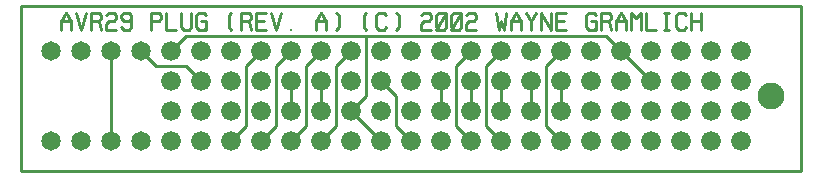
<source format=gtl>
%MOIN*%
%FSLAX25Y25*%
G04 D10 used for Character Trace; *
G04     Circle (OD=.01000) (No hole)*
G04 D11 used for Power Trace; *
G04     Circle (OD=.06700) (No hole)*
G04 D12 used for Signal Trace; *
G04     Circle (OD=.01100) (No hole)*
G04 D13 used for Via; *
G04     Circle (OD=.05800) (Round. Hole ID=.02800)*
G04 D14 used for Component hole; *
G04     Circle (OD=.06500) (Round. Hole ID=.03500)*
G04 D15 used for Component hole; *
G04     Circle (OD=.06600) (Round. Hole ID=.04200)*
G04 D16 used for Component hole; *
G04     Circle (OD=.08200) (Round. Hole ID=.05200)*
G04 D17 used for Component hole; *
G04     Circle (OD=.08950) (Round. Hole ID=.05950)*
G04 D18 used for Component hole; *
G04     Circle (OD=.11600) (Round. Hole ID=.08600)*
G04 D19 used for Component hole; *
G04     Circle (OD=.15500) (Round. Hole ID=.12500)*
G04 D20 used for Component hole; *
G04     Circle (OD=.18200) (Round. Hole ID=.15200)*
G04 D21 used for Component hole; *
G04     Circle (OD=.24300) (Round. Hole ID=.21300)*
%ADD10C,.01000*%
%ADD11C,.06700*%
%ADD12C,.01100*%
%ADD13C,.05800*%
%ADD14C,.06500*%
%ADD15C,.06600*%
%ADD16C,.08200*%
%ADD17C,.08950*%
%ADD18C,.11600*%
%ADD19C,.15500*%
%ADD20C,.18200*%
%ADD21C,.24300*%
%IPPOS*%
%LPD*%
G90*X0Y0D02*D14*X10000Y10000D03*X20000D03*        
X30000D03*D12*Y40000D01*D14*D03*X40000D03*D12*    
X45000Y35000D01*X55000D01*X60000Y30000D01*D15*D03*
X70000Y20000D03*Y40000D03*X50000D03*D12*          
X55000Y45000D01*X115000D01*Y25000D01*             
X110000Y20000D01*D15*D03*D12*X120000Y10000D01*D15*
D03*D12*X130000D02*X125000Y15000D01*D15*          
X130000Y10000D03*D12*X125000Y15000D02*Y25000D01*  
X120000Y30000D01*D15*D03*X130000Y20000D03*        
Y40000D03*X110000D03*D12*X105000Y35000D01*        
Y15000D01*X100000Y10000D01*D15*D03*D12*X90000D02* 
X95000Y15000D01*D15*X90000Y10000D03*D12*          
X95000Y15000D02*Y35000D01*X100000Y40000D01*D15*   
D03*X110000Y30000D03*X90000D03*D12*Y20000D01*D15* 
D03*D12*X80000Y10000D02*X85000Y15000D01*D15*      
X80000Y10000D03*D12*X85000Y15000D02*Y35000D01*    
X90000Y40000D01*D15*D03*X100000Y30000D03*D12*     
Y20000D01*D15*D03*X110000Y10000D03*               
X120000Y40000D03*X80000D03*D12*X75000Y35000D01*   
Y15000D01*X70000Y10000D01*D15*D03*X80000Y20000D03*
X60000D03*Y10000D03*X50000Y30000D03*X80000D03*    
X50000Y20000D03*X70000Y30000D03*X50000Y10000D03*  
D14*X40000D03*D15*X60000Y40000D03*D12*            
X115000Y45000D02*X195000D01*X200000Y40000D01*D15* 
D03*D12*X210000Y30000D01*D15*D03*X220000Y20000D03*
Y40000D03*X200000Y20000D03*X220000Y30000D03*      
X210000Y40000D03*X200000Y30000D03*                
X210000Y20000D03*X230000Y10000D03*X190000D03*     
X230000Y20000D03*X190000Y40000D03*                
X200000Y10000D03*X230000Y30000D03*X190000D03*     
X210000Y10000D03*X230000Y40000D03*                
X190000Y20000D03*X220000Y10000D03*X240000D03*     
Y20000D03*X180000Y40000D03*D12*X175000Y35000D01*  
Y15000D01*X180000Y10000D01*D15*D03*               
X170000Y20000D03*D12*Y30000D01*D15*D03*           
X180000Y20000D03*D12*Y30000D01*D15*D03*           
X170000Y40000D03*X160000Y10000D03*D12*            
X155000Y15000D01*Y35000D01*X160000Y40000D01*D15*  
D03*X150000Y30000D03*D12*Y20000D01*D15*D03*D12*   
Y10000D02*X145000Y15000D01*D15*X150000Y10000D03*  
D12*X145000Y15000D02*Y35000D01*X150000Y40000D01*  
D15*D03*X160000Y30000D03*D12*Y20000D01*D15*D03*   
X170000Y10000D03*X140000Y40000D03*Y30000D03*D12*  
Y20000D01*D15*D03*X130000Y30000D03*               
X140000Y10000D03*X120000Y20000D03*                
X240000Y30000D03*Y40000D03*D17*X250000Y25000D03*  
D12*X0Y0D02*X260000D01*X0D02*Y55000D01*X260000D01*
Y0D01*D14*X20000Y40000D03*D10*X13326Y47129D02*    
Y50000D01*X15000Y52871D01*X16674Y50000D01*        
Y47129D01*X13326Y50000D02*X16674D01*              
X18326Y52871D02*X20000Y47129D01*X21674Y52871D01*  
X23326Y47129D02*Y52871D01*X25837D01*              
X26674Y51914D01*Y50957D01*X25837Y50000D01*        
X23326D01*X25837D02*X26674Y47129D01*              
X28326Y51914D02*X29163Y52871D01*X30837D01*        
X31674Y51914D01*Y50957D01*X30837Y50000D01*        
X29163D01*X28326Y49043D01*Y47129D01*X31674D01*    
X36674Y50957D02*X35837Y50000D01*X34163D01*        
X33326Y50957D01*Y51914D01*X34163Y52871D01*        
X35837D01*X36674Y51914D01*Y48086D01*              
X35837Y47129D01*X34163D01*X33326Y48086D01*        
X43326Y47129D02*Y52871D01*X45837D01*              
X46674Y51914D01*Y50957D01*X45837Y50000D01*        
X43326D01*X48326Y52871D02*Y47129D01*X51674D01*    
X56674Y52871D02*Y48086D01*X55837Y47129D01*        
X54163D01*X53326Y48086D01*Y52871D01*              
X61674Y48086D02*X60837Y47129D01*X59163D01*        
X58326Y48086D01*Y51914D01*X59163Y52871D01*        
X60837D01*X61674Y51914D01*X60000Y50000D02*        
X61674D01*Y47129D01*X70000Y52871D02*              
X69163Y51914D01*Y48086D01*X70000Y47129D01*        
X73326D02*Y52871D01*X75837D01*X76674Y51914D01*    
Y50957D01*X75837Y50000D01*X73326D01*X75837D02*    
X76674Y47129D01*X81674D02*X78326D01*Y52871D01*    
X81674D01*X78326Y50000D02*X80837D01*              
X83326Y52871D02*X85000Y47129D01*X86674Y52871D01*  
X90000Y47129D03*X98326D02*Y50000D01*              
X100000Y52871D01*X101674Y50000D01*Y47129D01*      
X98326Y50000D02*X101674D01*X105000Y52871D02*      
X105837Y51914D01*Y48086D01*X105000Y47129D01*      
X115000Y52871D02*X114163Y51914D01*Y48086D01*      
X115000Y47129D01*X121674Y48086D02*                
X120837Y47129D01*X119163D01*X118326Y48086D01*     
Y51914D01*X119163Y52871D01*X120837D01*            
X121674Y51914D01*X125000Y52871D02*                
X125837Y51914D01*Y48086D01*X125000Y47129D01*      
X133326Y51914D02*X134163Y52871D01*X135837D01*     
X136674Y51914D01*Y50957D01*X135837Y50000D01*      
X134163D01*X133326Y49043D01*Y47129D01*X136674D01* 
X141674Y48086D02*X140837Y47129D01*X139163D01*     
X138326Y48086D01*Y51914D01*X139163Y52871D01*      
X140837D01*X141674Y51914D01*Y48086D01*            
X138326Y47129D02*X141674Y52871D01*                
X146674Y48086D02*X145837Y47129D01*X144163D01*     
X143326Y48086D01*Y51914D01*X144163Y52871D01*      
X145837D01*X146674Y51914D01*Y48086D01*            
X143326Y47129D02*X146674Y52871D01*                
X148326Y51914D02*X149163Y52871D01*X150837D01*     
X151674Y51914D01*Y50957D01*X150837Y50000D01*      
X149163D01*X148326Y49043D01*Y47129D01*X151674D01* 
X158326Y52871D02*X159163Y47129D01*                
X160000Y50000D01*X160837Y47129D01*                
X161674Y52871D01*X163326Y47129D02*Y50000D01*      
X165000Y52871D01*X166674Y50000D01*Y47129D01*      
X163326Y50000D02*X166674D01*X168326Y52871D02*     
X170000Y50000D01*X171674Y52871D01*                
X170000Y50000D02*Y47129D01*X173326D02*Y52871D01*  
X176674Y47129D01*Y52871D01*X181674Y47129D02*      
X178326D01*Y52871D01*X181674D01*X178326Y50000D02* 
X180837D01*X191674Y48086D02*X190837Y47129D01*     
X189163D01*X188326Y48086D01*Y51914D01*            
X189163Y52871D01*X190837D01*X191674Y51914D01*     
X190000Y50000D02*X191674D01*Y47129D01*X193326D02* 
Y52871D01*X195837D01*X196674Y51914D01*Y50957D01*  
X195837Y50000D01*X193326D01*X195837D02*           
X196674Y47129D01*X198326D02*Y50000D01*            
X200000Y52871D01*X201674Y50000D01*Y47129D01*      
X198326Y50000D02*X201674D01*X203326Y47129D02*     
Y52871D01*X205000Y50957D01*X206674Y52871D01*      
Y47129D01*X208326Y52871D02*Y47129D01*X211674D01*  
X215000D02*Y52871D01*X214163Y47129D02*X215837D01* 
X214163Y52871D02*X215837D01*X221674Y48086D02*     
X220837Y47129D01*X219163D01*X218326Y48086D01*     
Y51914D01*X219163Y52871D01*X220837D01*            
X221674Y51914D01*X223326Y47129D02*Y52871D01*      
X226674Y47129D02*Y52871D01*X223326Y50000D02*      
X226674D01*D14*X10000Y40000D03*M02*               

</source>
